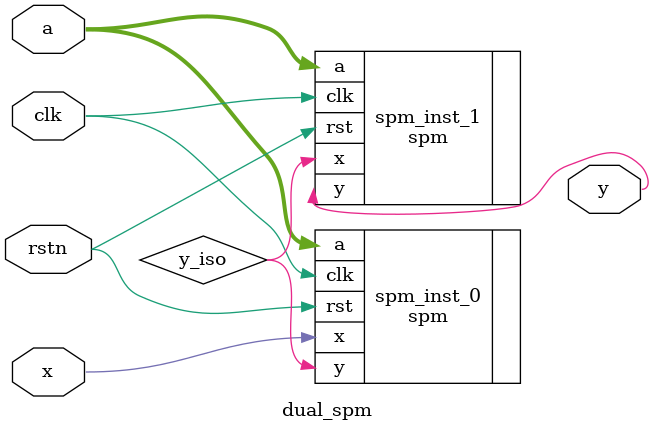
<source format=v>
module dual_spm (clk,
    rstn,
    x,
    y,
    a);
 input clk;
 input rstn;
 input x;
 output y;
 input [31:0] a;

 wire y_iso;

 spm spm_inst_0 (.clk(clk),
    .rst(rstn),
    .x(x),
    .y(y_iso),
    .a({a[31],
    a[30],
    a[29],
    a[28],
    a[27],
    a[26],
    a[25],
    a[24],
    a[23],
    a[22],
    a[21],
    a[20],
    a[19],
    a[18],
    a[17],
    a[16],
    a[15],
    a[14],
    a[13],
    a[12],
    a[11],
    a[10],
    a[9],
    a[8],
    a[7],
    a[6],
    a[5],
    a[4],
    a[3],
    a[2],
    a[1],
    a[0]}));
 spm spm_inst_1 (.clk(clk),
    .rst(rstn),
    .x(y_iso),
    .y(y),
    .a({a[31],
    a[30],
    a[29],
    a[28],
    a[27],
    a[26],
    a[25],
    a[24],
    a[23],
    a[22],
    a[21],
    a[20],
    a[19],
    a[18],
    a[17],
    a[16],
    a[15],
    a[14],
    a[13],
    a[12],
    a[11],
    a[10],
    a[9],
    a[8],
    a[7],
    a[6],
    a[5],
    a[4],
    a[3],
    a[2],
    a[1],
    a[0]}));
endmodule

</source>
